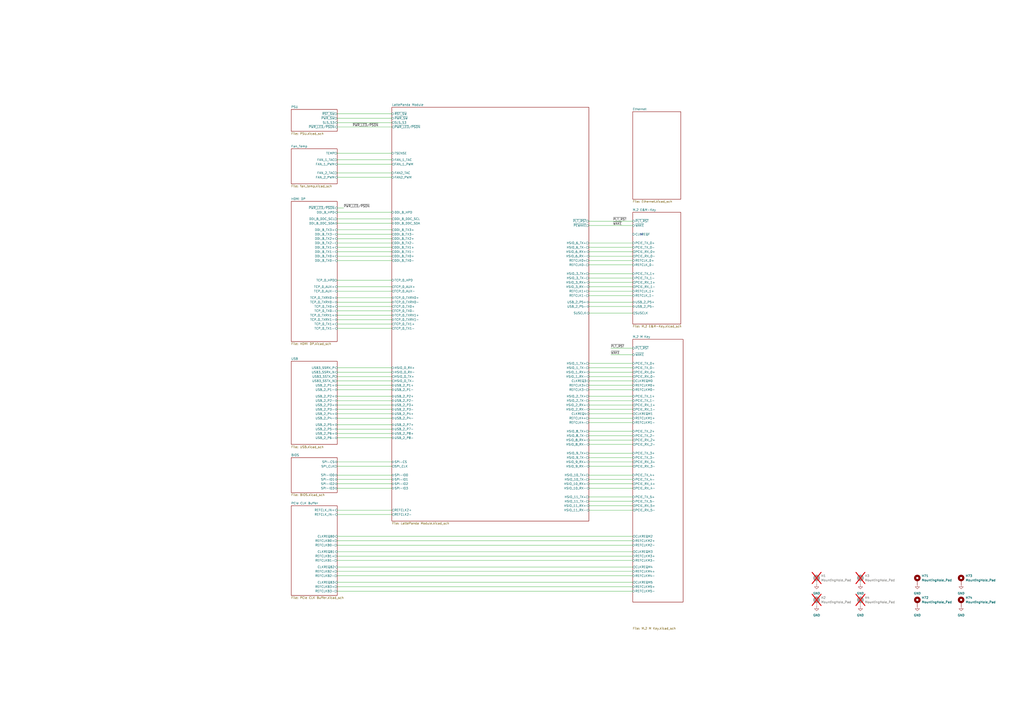
<source format=kicad_sch>
(kicad_sch (version 20231120) (generator "eeschema") (generator_version "8.0")
  (paper "A2")
  (title_block (title "nvme Carrier for LattePanda Mu") (date "2024-07-13") (rev "V1.0"))
  (lib_symbols
    (symbol "Mechanical:MountingHole_Pad" (pin_numbers hide) (pin_names (offset 1.016) hide)
      (property "Reference" "H" (at 0 6.35 0))
      (property "Value" "MountingHole_Pad" (at 0 4.445 0))
      (symbol "MountingHole_Pad_0_1"
        (circle (center 0 1.27) (radius 1.27) (stroke (width 1.27)))
      )
      (symbol "MountingHole_Pad_1_1"
        (pin input line (at 0 -2.54 90) (length 2.54) (name "1") (number "1"))
      )
    )
    (symbol "power:GND" (power) (pin_numbers hide) (pin_names (offset 0) hide)
      (property "Value" "GND" (at 0 -3.81 0))
      (symbol "GND_0_1"
        (polyline (pts (xy 0 0) (xy 0 -1.27) (xy 1.27 -1.27) (xy 0 -2.54) (xy -1.27 -1.27) (xy 0 -1.27)))
      )
      (symbol "GND_1_1"
        (pin power_in line (at 0 0 270) (length 0) (name "~") (number "1"))
      )
    )
  )
  (no_connect (at 372.11 135.89))
  (wire (pts (xy 195.58 234.95) (xy 227.33 234.95)))
  (wire (pts (xy 195.58 242.57) (xy 227.33 242.57)))
  (wire (pts (xy 195.58 320.04) (xy 367.03 320.04)))
  (wire (pts (xy 227.33 146.05) (xy 195.58 146.05)))
  (wire (pts (xy 195.58 280.67) (xy 227.33 280.67)))
  (wire (pts (xy 195.58 248.92) (xy 227.33 248.92)))
  (wire (pts (xy 195.58 182.88) (xy 227.33 182.88)))
  (wire (pts (xy 195.58 71.12) (xy 227.33 71.12)))
  (wire (pts (xy 195.58 322.58) (xy 367.03 322.58)))
  (wire (pts (xy 195.58 88.9) (xy 227.33 88.9)))
  (wire (pts (xy 195.58 185.42) (xy 227.33 185.42)))
  (wire (pts (xy 341.63 151.13) (xy 367.03 151.13)))
  (wire (pts (xy 227.33 123.19) (xy 195.58 123.19)))
  (wire (pts (xy 341.63 255.27) (xy 367.03 255.27)))
  (wire (pts (xy 341.63 237.49) (xy 367.03 237.49)))
  (wire (pts (xy 195.58 311.15) (xy 367.03 311.15)))
  (wire (pts (xy 367.03 140.97) (xy 341.63 140.97)))
  (wire (pts (xy 367.03 128.27) (xy 341.63 128.27)))
  (wire (pts (xy 341.63 257.81) (xy 367.03 257.81)))
  (wire (pts (xy 195.58 342.9) (xy 367.03 342.9)))
  (wire (pts (xy 341.63 220.98) (xy 367.03 220.98)))
  (wire (pts (xy 227.33 135.89) (xy 195.58 135.89)))
  (wire (pts (xy 195.58 334.01) (xy 367.03 334.01)))
  (wire (pts (xy 195.58 298.45) (xy 227.33 298.45)))
  (wire (pts (xy 341.63 234.95) (xy 367.03 234.95)))
  (wire (pts (xy 341.63 242.57) (xy 367.03 242.57)))
  (wire (pts (xy 199.39 120.65) (xy 195.58 120.65)))
  (wire (pts (xy 195.58 66.04) (xy 227.33 66.04)))
  (wire (pts (xy 195.58 325.12) (xy 367.03 325.12)))
  (wire (pts (xy 354.33 201.93) (xy 367.03 201.93)))
  (wire (pts (xy 195.58 229.87) (xy 227.33 229.87)))
  (wire (pts (xy 195.58 331.47) (xy 367.03 331.47)))
  (wire (pts (xy 341.63 163.83) (xy 367.03 163.83)))
  (wire (pts (xy 341.63 215.9) (xy 367.03 215.9)))
  (wire (pts (xy 195.58 246.38) (xy 227.33 246.38)))
  (wire (pts (xy 341.63 245.11) (xy 367.03 245.11)))
  (wire (pts (xy 195.58 251.46) (xy 227.33 251.46)))
  (wire (pts (xy 195.58 316.23) (xy 367.03 316.23)))
  (wire (pts (xy 341.63 295.91) (xy 367.03 295.91)))
  (wire (pts (xy 341.63 240.03) (xy 367.03 240.03)))
  (wire (pts (xy 195.58 175.26) (xy 227.33 175.26)))
  (wire (pts (xy 227.33 133.35) (xy 195.58 133.35)))
  (wire (pts (xy 341.63 270.51) (xy 367.03 270.51)))
  (wire (pts (xy 195.58 223.52) (xy 227.33 223.52)))
  (wire (pts (xy 195.58 102.87) (xy 227.33 102.87)))
  (wire (pts (xy 195.58 313.69) (xy 367.03 313.69)))
  (wire (pts (xy 195.58 92.71) (xy 227.33 92.71)))
  (wire (pts (xy 341.63 226.06) (xy 367.03 226.06)))
  (wire (pts (xy 341.63 161.29) (xy 367.03 161.29)))
  (wire (pts (xy 341.63 252.73) (xy 367.03 252.73)))
  (wire (pts (xy 341.63 262.89) (xy 367.03 262.89)))
  (wire (pts (xy 341.63 280.67) (xy 367.03 280.67)))
  (wire (pts (xy 341.63 218.44) (xy 367.03 218.44)))
  (wire (pts (xy 341.63 175.26) (xy 367.03 175.26)))
  (wire (pts (xy 195.58 73.66) (xy 227.33 73.66)))
  (wire (pts (xy 341.63 290.83) (xy 367.03 290.83)))
  (wire (pts (xy 341.63 265.43) (xy 367.03 265.43)))
  (wire (pts (xy 195.58 180.34) (xy 227.33 180.34)))
  (wire (pts (xy 341.63 229.87) (xy 367.03 229.87)))
  (wire (pts (xy 341.63 153.67) (xy 367.03 153.67)))
  (wire (pts (xy 341.63 267.97) (xy 367.03 267.97)))
  (wire (pts (xy 341.63 223.52) (xy 367.03 223.52)))
  (wire (pts (xy 227.33 127) (xy 195.58 127)))
  (wire (pts (xy 341.63 181.61) (xy 367.03 181.61)))
  (wire (pts (xy 367.03 148.59) (xy 341.63 148.59)))
  (wire (pts (xy 195.58 177.8) (xy 227.33 177.8)))
  (wire (pts (xy 195.58 220.98) (xy 227.33 220.98)))
  (wire (pts (xy 195.58 100.33) (xy 227.33 100.33)))
  (wire (pts (xy 227.33 151.13) (xy 195.58 151.13)))
  (wire (pts (xy 195.58 337.82) (xy 367.03 337.82)))
  (wire (pts (xy 367.03 146.05) (xy 341.63 146.05)))
  (wire (pts (xy 341.63 232.41) (xy 367.03 232.41)))
  (wire (pts (xy 195.58 237.49) (xy 227.33 237.49)))
  (wire (pts (xy 354.33 205.74) (xy 367.03 205.74)))
  (wire (pts (xy 341.63 250.19) (xy 367.03 250.19)))
  (wire (pts (xy 195.58 275.59) (xy 227.33 275.59)))
  (wire (pts (xy 341.63 278.13) (xy 367.03 278.13)))
  (wire (pts (xy 195.58 295.91) (xy 227.33 295.91)))
  (wire (pts (xy 227.33 129.54) (xy 195.58 129.54)))
  (wire (pts (xy 367.03 143.51) (xy 341.63 143.51)))
  (wire (pts (xy 227.33 138.43) (xy 195.58 138.43)))
  (wire (pts (xy 227.33 148.59) (xy 195.58 148.59)))
  (wire (pts (xy 195.58 283.21) (xy 227.33 283.21)))
  (wire (pts (xy 195.58 226.06) (xy 227.33 226.06)))
  (wire (pts (xy 195.58 240.03) (xy 227.33 240.03)))
  (wire (pts (xy 227.33 143.51) (xy 195.58 143.51)))
  (wire (pts (xy 195.58 68.58) (xy 227.33 68.58)))
  (wire (pts (xy 341.63 210.82) (xy 367.03 210.82)))
  (wire (pts (xy 195.58 95.25) (xy 227.33 95.25)))
  (wire (pts (xy 341.63 283.21) (xy 367.03 283.21)))
  (wire (pts (xy 195.58 166.37) (xy 227.33 166.37)))
  (wire (pts (xy 195.58 340.36) (xy 367.03 340.36)))
  (wire (pts (xy 341.63 177.8) (xy 367.03 177.8)))
  (wire (pts (xy 195.58 328.93) (xy 367.03 328.93)))
  (wire (pts (xy 195.58 168.91) (xy 227.33 168.91)))
  (wire (pts (xy 195.58 190.5) (xy 227.33 190.5)))
  (wire (pts (xy 341.63 213.36) (xy 367.03 213.36)))
  (wire (pts (xy 341.63 171.45) (xy 367.03 171.45)))
  (wire (pts (xy 195.58 213.36) (xy 227.33 213.36)))
  (wire (pts (xy 195.58 254) (xy 227.33 254)))
  (wire (pts (xy 341.63 293.37) (xy 367.03 293.37)))
  (wire (pts (xy 195.58 215.9) (xy 227.33 215.9)))
  (wire (pts (xy 341.63 166.37) (xy 367.03 166.37)))
  (wire (pts (xy 341.63 275.59) (xy 367.03 275.59)))
  (wire (pts (xy 195.58 172.72) (xy 227.33 172.72)))
  (wire (pts (xy 195.58 267.97) (xy 227.33 267.97)))
  (wire (pts (xy 195.58 218.44) (xy 227.33 218.44)))
  (wire (pts (xy 227.33 140.97) (xy 195.58 140.97)))
  (wire (pts (xy 341.63 168.91) (xy 367.03 168.91)))
  (wire (pts (xy 195.58 270.51) (xy 227.33 270.51)))
  (wire (pts (xy 195.58 187.96) (xy 227.33 187.96)))
  (wire (pts (xy 341.63 288.29) (xy 367.03 288.29)))
  (wire (pts (xy 195.58 162.56) (xy 227.33 162.56)))
  (wire (pts (xy 367.03 130.81) (xy 341.63 130.81)))
  (wire (pts (xy 341.63 158.75) (xy 367.03 158.75)))
  (wire (pts (xy 195.58 232.41) (xy 227.33 232.41)))
  (wire (pts (xy 195.58 278.13) (xy 227.33 278.13)))
  (label "~{PLT_RST}" (at 355.6 128.27 0))
  (label "~{PLT_RST}" (at 354.33 201.93 0))
  (label "~{PWR_LED}{slash}~{PSON}" (at 204.47 73.66 0))
  (label "~{WAKE}" (at 354.33 205.74 0))
  (label "~{PWR_LED}{slash}~{PSON}" (at 199.39 120.65 0))
  (label "~{WAKE}" (at 355.6 130.81 0))
  (symbol (lib_id "Mechanical:MountingHole_Pad") (at 557.53 336.55 0) (unit 1) (in_bom no)
    (property "Reference" "H73" (at 560.07 334.0099 0) (effects (justify left)))
    (property "Value" "MountingHole_Pad" (at 560.07 336.5499 0) (effects (justify left)))
    (property "Footprint" "MountingHole:MountingHole_4mm_Pad_Via" (effects (hide yes)))
  )
  (symbol (lib_id "Mechanical:MountingHole_Pad") (at 473.71 336.55 0) (unit 1) (in_bom no) (on_board no) (dnp yes)
    (property "Reference" "H1" (at 476.25 334.01 0) (effects (justify left)))
    (property "Value" "MountingHole_Pad" (at 476.25 336.55 0) (effects (justify left)))
    (property "Footprint" "A_HDJ_Library:MountingHole_3.2mm_M3_Pad_Via" (effects (hide yes)))
  )
  (symbol (lib_id "power:GND") (at 532.13 351.79 0) (unit 1) (in_bom no)
    (property "Reference" "#PWR0138" (effects (hide yes)))
    (property "Value" "GND" (at 532.13 356.87 0))
  )
  (symbol (lib_id "power:GND") (at 532.13 339.09 0) (unit 1) (in_bom no)
    (property "Reference" "#PWR0132" (effects (hide yes)))
    (property "Value" "GND" (at 532.13 344.17 0))
  )
  (symbol (lib_id "Mechanical:MountingHole_Pad") (at 532.13 349.25 0) (unit 1) (in_bom no)
    (property "Reference" "H72" (at 534.67 346.7099 0) (effects (justify left)))
    (property "Value" "MountingHole_Pad" (at 534.67 349.2499 0) (effects (justify left)))
    (property "Footprint" "MountingHole:MountingHole_4mm_Pad_Via" (effects (hide yes)))
  )
  (symbol (lib_id "power:GND") (at 473.71 339.09 0) (unit 1) (in_bom no) (on_board no)
    (property "Reference" "#PWR01" (effects (hide yes)))
    (property "Value" "GND" (at 473.71 344.17 0))
  )
  (symbol (lib_id "Mechanical:MountingHole_Pad") (at 499.11 349.25 0) (unit 1) (in_bom no) (on_board no) (dnp yes)
    (property "Reference" "H4" (at 501.65 346.71 0) (effects (justify left)))
    (property "Value" "MountingHole_Pad" (at 501.65 349.25 0) (effects (justify left)))
    (property "Footprint" "A_HDJ_Library:MountingHole_3.2mm_M3_Pad_Via" (effects (hide yes)))
  )
  (symbol (lib_id "power:GND") (at 557.53 339.09 0) (unit 1) (in_bom no)
    (property "Reference" "#PWR0144" (effects (hide yes)))
    (property "Value" "GND" (at 557.53 344.17 0))
  )
  (symbol (lib_id "Mechanical:MountingHole_Pad") (at 532.13 336.55 0) (unit 1) (in_bom no)
    (property "Reference" "H71" (at 534.67 334.0099 0) (effects (justify left)))
    (property "Value" "MountingHole_Pad" (at 534.67 336.5499 0) (effects (justify left)))
    (property "Footprint" "MountingHole:MountingHole_4mm_Pad_Via" (effects (hide yes)))
  )
  (symbol (lib_id "power:GND") (at 473.71 351.79 0) (unit 1) (in_bom no) (on_board no)
    (property "Reference" "#PWR02" (effects (hide yes)))
    (property "Value" "GND" (at 473.71 356.87 0))
  )
  (symbol (lib_id "Mechanical:MountingHole_Pad") (at 557.53 349.25 0) (unit 1) (in_bom no)
    (property "Reference" "H74" (at 560.07 346.7099 0) (effects (justify left)))
    (property "Value" "MountingHole_Pad" (at 560.07 349.2499 0) (effects (justify left)))
    (property "Footprint" "MountingHole:MountingHole_4mm_Pad_Via" (effects (hide yes)))
  )
  (symbol (lib_id "power:GND") (at 557.53 351.79 0) (unit 1) (in_bom no)
    (property "Reference" "#PWR0195" (effects (hide yes)))
    (property "Value" "GND" (at 557.53 356.87 0))
  )
  (symbol (lib_id "Mechanical:MountingHole_Pad") (at 473.71 349.25 0) (unit 1) (in_bom no) (on_board no) (dnp yes)
    (property "Reference" "H2" (at 476.25 346.71 0) (effects (justify left)))
    (property "Value" "MountingHole_Pad" (at 476.25 349.25 0) (effects (justify left)))
    (property "Footprint" "A_HDJ_Library:MountingHole_3.2mm_M3_Pad_Via" (effects (hide yes)))
  )
  (symbol (lib_id "Mechanical:MountingHole_Pad") (at 499.11 336.55 0) (unit 1) (in_bom no) (on_board no) (dnp yes)
    (property "Reference" "H3" (at 501.65 334.01 0) (effects (justify left)))
    (property "Value" "MountingHole_Pad" (at 501.65 336.55 0) (effects (justify left)))
    (property "Footprint" "A_HDJ_Library:MountingHole_3.2mm_M3_Pad_Via" (effects (hide yes)))
  )
  (symbol (lib_id "power:GND") (at 499.11 339.09 0) (unit 1) (in_bom no) (on_board no)
    (property "Reference" "#PWR03" (effects (hide yes)))
    (property "Value" "GND" (at 499.11 344.17 0))
  )
  (symbol (lib_id "power:GND") (at 499.11 351.79 0) (unit 1) (in_bom no) (on_board no)
    (property "Reference" "#PWR04" (effects (hide yes)))
    (property "Value" "GND" (at 499.11 356.87 0))
  )
  (sheet (at 367.03 123.19) (size 27.94 64.77) (stroke (width 0.1524))
    (property "Sheetname" "M.2 E&M-Key" (at 367.03 122.4784 0) (effects (justify left bottom)))
    (property "Sheetfile" "M.2 E&M-Key.kicad_sch" (at 367.03 188.5446 0) (effects (justify left top)))
    (pin "PCIE_RX_0-" output (at 367.03 148.59 180))
    (pin "PCIE_RX_0+" output (at 367.03 146.05 180))
    (pin "~{PLT_RST}" input (at 367.03 128.27 180))
    (pin "PCIE_TX_0+" input (at 367.03 140.97 180))
    (pin "PCIE_TX_0-" input (at 367.03 143.51 180))
    (pin "~{WAKE}" input (at 367.03 130.81 180))
    (pin "PCIE_TX_1+" input (at 367.03 158.75 180))
    (pin "PCIE_TX_1-" input (at 367.03 161.29 180))
    (pin "PCIE_RX_1-" output (at 367.03 166.37 180))
    (pin "PCIE_RX_1+" output (at 367.03 163.83 180))
    (pin "CLKREQF" input (at 367.03 135.89 180))
    (pin "REFCLK_1+" input (at 367.03 168.91 180))
    (pin "REFCLK_1-" input (at 367.03 171.45 180))
    (pin "REFCLK_0+" input (at 367.03 151.13 180))
    (pin "REFCLK_0-" input (at 367.03 153.67 180))
    (pin "USB_2_P5+" bidirectional (at 367.03 175.26 180))
    (pin "USB_2_P5-" bidirectional (at 367.03 177.8 180))
    (pin "SUSCLK" output (at 367.03 181.61 180))
  )
  (sheet (at 168.91 265.43) (size 26.67 20.32) (stroke (width 0.1524))
    (property "Sheetname" "BIOS" (at 168.91 264.7184 0) (effects (justify left bottom)))
    (property "Sheetfile" "BIOS.kicad_sch" (at 168.91 286.3346 0) (effects (justify left top)))
    (pin "SPI_CLK" output (at 195.58 270.51 0))
    (pin "SPI-IO1" bidirectional (at 195.58 278.13 0))
    (pin "SPI-IO0" bidirectional (at 195.58 275.59 0))
    (pin "SPI-IO2" bidirectional (at 195.58 280.67 0))
    (pin "SPI-CS" bidirectional (at 195.58 267.97 0))
    (pin "SPI-IO3" bidirectional (at 195.58 283.21 0))
  )
  (sheet (at 168.91 86.36) (size 26.67 20.32) (stroke (width 0.1524))
    (property "Sheetname" "Fan_Temp" (at 168.91 85.6484 0) (effects (justify left bottom)))
    (property "Sheetfile" "fan_temp.kicad_sch" (at 168.91 107.2646 0) (effects (justify left top)))
    (pin "FAN_1_TAC" output (at 195.58 92.71 0))
    (pin "FAN_1_PWM" input (at 195.58 95.25 0))
    (pin "FAN_2_PWM" input (at 195.58 102.87 0))
    (pin "FAN_2_TAC" output (at 195.58 100.33 0))
    (pin "TEMP" output (at 195.58 88.9 0))
  )
  (sheet (at 227.33 62.23) (size 114.3 240.03) (stroke (width 0.1524))
    (property "Sheetname" "LattePanda Module" (at 227.33 61.5184 0) (effects (justify left bottom)))
    (property "Sheetfile" "LattePanda Module.kicad_sch" (at 227.33 302.8446 0) (effects (justify left top)))
    (pin "HSIO_11_TX+" output (at 341.63 288.29 0))
    (pin "HSIO_11_TX-" output (at 341.63 290.83 0))
    (pin "HSIO_11_RX+" input (at 341.63 293.37 0))
    (pin "HSIO_11_RX-" input (at 341.63 295.91 0))
    (pin "HSIO_6_TX-" output (at 341.63 143.51 0))
    (pin "HSIO_6_RX+" input (at 341.63 146.05 0))
    (pin "HSIO_6_RX-" input (at 341.63 148.59 0))
    (pin "HSIO_6_TX+" output (at 341.63 140.97 0))
    (pin "USB_2_P1-" bidirectional (at 227.33 226.06 180))
    (pin "USB_2_P1+" bidirectional (at 227.33 223.52 180))
    (pin "USB_2_P3+" bidirectional (at 227.33 234.95 180))
    (pin "USB_2_P3-" bidirectional (at 227.33 237.49 180))
    (pin "HSIO_8_TX+" output (at 341.63 250.19 0))
    (pin "HSIO_8_TX-" output (at 341.63 252.73 0))
    (pin "HSIO_1_TX-" output (at 341.63 213.36 0))
    (pin "HSIO_1_RX+" input (at 341.63 215.9 0))
    (pin "HSIO_1_RX-" input (at 341.63 218.44 0))
    (pin "HSIO_0_TX-" output (at 227.33 220.98 180))
    (pin "HSIO_0_TX+" output (at 227.33 218.44 180))
    (pin "HSIO_9_TX-" output (at 341.63 265.43 0))
    (pin "HSIO_9_TX+" output (at 341.63 262.89 0))
    (pin "HSIO_8_RX+" input (at 341.63 255.27 0))
    (pin "HSIO_8_RX-" input (at 341.63 257.81 0))
    (pin "HSIO_9_RX+" input (at 341.63 267.97 0))
    (pin "HSIO_10_RX-" input (at 341.63 283.21 0))
    (pin "HSIO_9_RX-" input (at 341.63 270.51 0))
    (pin "HSIO_10_RX+" input (at 341.63 280.67 0))
    (pin "HSIO_10_TX+" output (at 341.63 275.59 0))
    (pin "HSIO_10_TX-" output (at 341.63 278.13 0))
    (pin "HSIO_0_RX-" input (at 227.33 215.9 180))
    (pin "HSIO_1_TX+" output (at 341.63 210.82 0))
    (pin "HSIO_0_RX+" input (at 227.33 213.36 180))
    (pin "~{PLT_RST}" output (at 341.63 128.27 0))
    (pin "~{PEWAKE}" output (at 341.63 130.81 0))
    (pin "DDI_B_TX1+" output (at 227.33 143.51 180))
    (pin "DDI_B_TX2+" output (at 227.33 138.43 180))
    (pin "DDI_B_TX2-" output (at 227.33 140.97 180))
    (pin "DDI_B_TX0-" output (at 227.33 151.13 180))
    (pin "DDI_B_TX0+" output (at 227.33 148.59 180))
    (pin "DDI_B_TX1-" output (at 227.33 146.05 180))
    (pin "DDI_B_TX3-" output (at 227.33 135.89 180))
    (pin "DDI_B_DDC_SDA" bidirectional (at 227.33 129.54 180))
    (pin "DDI_B_TX3+" output (at 227.33 133.35 180))
    (pin "DDI_B_HPD" input (at 227.33 123.19 180))
    (pin "DDI_B_DDC_SCL" output (at 227.33 127 180))
    (pin "~{PWR_LED}{slash}~{PSON}" output (at 227.33 73.66 180))
    (pin "~{PWR_SW}" input (at 227.33 68.58 180))
    (pin "~{RST_SW}" input (at 227.33 66.04 180))
    (pin "SLS_S3" output (at 227.33 71.12 180))
    (pin "HSIO_2_TX+" output (at 341.63 229.87 0))
    (pin "HSIO_2_RX+" input (at 341.63 234.95 0))
    (pin "HSIO_2_RX-" input (at 341.63 237.49 0))
    (pin "HSIO_2_TX-" output (at 341.63 232.41 0))
    (pin "FAN_1_PWM" output (at 227.33 95.25 180))
    (pin "FAN_1_TAC" input (at 227.33 92.71 180))
    (pin "HSIO_3_TX+" output (at 341.63 158.75 0))
    (pin "HSIO_3_TX-" output (at 341.63 161.29 0))
    (pin "HSIO_3_RX+" input (at 341.63 163.83 0))
    (pin "HSIO_3_RX-" input (at 341.63 166.37 0))
    (pin "REFCLK3-" output (at 341.63 226.06 0))
    (pin "REFCLK4+" output (at 341.63 242.57 0))
    (pin "REFCLK3+" output (at 341.63 223.52 0))
    (pin "REFCLK4-" output (at 341.63 245.11 0))
    (pin "REFCLK1-" output (at 341.63 171.45 0))
    (pin "FAN2_TAC" input (at 227.33 100.33 180))
    (pin "FAN2_PWM" input (at 227.33 102.87 180))
    (pin "REFCLK1+" output (at 341.63 168.91 0))
    (pin "REFCLK0+" output (at 341.63 151.13 0))
    (pin "REFCLK0-" output (at 341.63 153.67 0))
    (pin "USB_2_P2+" bidirectional (at 227.33 229.87 180))
    (pin "USB_2_P2-" bidirectional (at 227.33 232.41 180))
    (pin "USB_2_P4+" bidirectional (at 227.33 240.03 180))
    (pin "USB_2_P4-" bidirectional (at 227.33 242.57 180))
    (pin "CLKREQ4" input (at 341.63 240.03 0))
    (pin "CLKREQ3" input (at 341.63 220.98 0))
    (pin "SPI-IO0" bidirectional (at 227.33 275.59 180))
    (pin "SPI_CLK" output (at 227.33 270.51 180))
    (pin "SPI-CS" bidirectional (at 227.33 267.97 180))
    (pin "SPI-IO3" bidirectional (at 227.33 283.21 180))
    (pin "SPI-IO1" bidirectional (at 227.33 278.13 180))
    (pin "SPI-IO2" bidirectional (at 227.33 280.67 180))
    (pin "REFCLK2+" output (at 227.33 295.91 180))
    (pin "REFCLK2-" output (at 227.33 298.45 180))
    (pin "TSENSE" input (at 227.33 88.9 180))
    (pin "TCP_0_HPD" input (at 227.33 162.56 180))
    (pin "TCP_0_TX1+" output (at 227.33 187.96 180))
    (pin "TCP_0_AUX-" output (at 227.33 168.91 180))
    (pin "TCP_0_AUX+" output (at 227.33 166.37 180))
    (pin "TCP_0_TXRX1-" bidirectional (at 227.33 185.42 180))
    (pin "TCP_0_TXRX1+" bidirectional (at 227.33 182.88 180))
    (pin "TCP_0_TX0+" output (at 227.33 177.8 180))
    (pin "TCP_0_TXRX0+" bidirectional (at 227.33 172.72 180))
    (pin "TCP_0_TX0-" output (at 227.33 180.34 180))
    (pin "TCP_0_TX1-" output (at 227.33 190.5 180))
    (pin "TCP_0_TXRX0-" bidirectional (at 227.33 175.26 180))
    (pin "USB_2_P8+" bidirectional (at 227.33 251.46 180))
    (pin "USB_2_P7+" bidirectional (at 227.33 246.38 180))
    (pin "USB_2_P7-" bidirectional (at 227.33 248.92 180))
    (pin "USB_2_P8-" bidirectional (at 227.33 254 180))
    (pin "USB_2_P5+" bidirectional (at 341.63 175.26 0))
    (pin "USB_2_P5-" bidirectional (at 341.63 177.8 0))
    (pin "SUSCLK" input (at 341.63 181.61 0))
  )
  (sheet (at 168.91 116.84) (size 26.67 81.28) (stroke (width 0.1524))
    (property "Sheetname" "HDMI DP" (at 168.91 116.1284 0) (effects (justify left bottom)))
    (property "Sheetfile" "HDMI DP.kicad_sch" (at 168.91 198.7046 0) (effects (justify left top)))
    (pin "DDI_B_DDC_SCL" output (at 195.58 127 0))
    (pin "DDI_B_DDC_SDA" bidirectional (at 195.58 129.54 0))
    (pin "DDI_B_TX2+" input (at 195.58 138.43 0))
    (pin "DDI_B_TX2-" input (at 195.58 140.97 0))
    (pin "DDI_B_TX1+" input (at 195.58 143.51 0))
    (pin "DDI_B_TX1-" input (at 195.58 146.05 0))
    (pin "DDI_B_TX0-" input (at 195.58 151.13 0))
    (pin "DDI_B_TX3+" input (at 195.58 133.35 0))
    (pin "DDI_B_TX3-" input (at 195.58 135.89 0))
    (pin "DDI_B_TX0+" input (at 195.58 148.59 0))
    (pin "DDI_B_HPD" input (at 195.58 123.19 0))
    (pin "~{PWR_LED}{slash}~{PSON}" input (at 195.58 120.65 0))
    (pin "TCP_0_AUX-" input (at 195.58 168.91 0))
    (pin "TCP_0_TXRX0-" bidirectional (at 195.58 175.26 0))
    (pin "TCP_0_AUX+" input (at 195.58 166.37 0))
    (pin "TCP_0_TX0-" input (at 195.58 180.34 0))
    (pin "TCP_0_HPD" output (at 195.58 162.56 0))
    (pin "TCP_0_TX0+" input (at 195.58 177.8 0))
    (pin "TCP_0_TX1-" input (at 195.58 190.5 0))
    (pin "TCP_0_TXRX1+" bidirectional (at 195.58 182.88 0))
    (pin "TCP_0_TX1+" input (at 195.58 187.96 0))
    (pin "TCP_0_TXRX0+" bidirectional (at 195.58 172.72 0))
    (pin "TCP_0_TXRX1-" bidirectional (at 195.58 185.42 0))
  )
  (sheet (at 168.91 63.5) (size 26.67 12.7) (stroke (width 0.1524))
    (property "Sheetname" "PSU" (at 168.91 62.7884 0) (effects (justify left bottom)))
    (property "Sheetfile" "PSU.kicad_sch" (at 168.91 76.7846 0) (effects (justify left top)))
    (pin "~{PWR_LED}{slash}~{PSON}" input (at 195.58 73.66 0))
    (pin "SLS_S3" input (at 195.58 71.12 0))
    (pin "~{PWR_SW}" output (at 195.58 68.58 0))
    (pin "~{RST_SW}" output (at 195.58 66.04 0))
  )
  (sheet (at 367.03 64.77) (size 27.94 50.8) (stroke (width 0.1524))
    (property "Sheetname" "Ethernet" (at 367.03 64.0584 0) (effects (justify left bottom)))
    (property "Sheetfile" "Ethernet.kicad_sch" (at 367.03 116.1546 0) (effects (justify left top)))
  )
  (sheet (at 367.03 196.85) (size 29.21 152.4) (stroke (width 0.1524))
    (property "Sheetname" "M.2 M Key" (at 367.03 196.088 0) (effects (justify left bottom)))
    (property "Sheetfile" "M.2 M Key.kicad_sch" (at 367.03 363.8046 0) (effects (justify left top)))
    (pin "~{PLT_RST}" input (at 367.03 201.93 180))
    (pin "PCIE_TX_1+" input (at 367.03 229.87 180))
    (pin "PCIE_RX_1+" output (at 367.03 234.95 180))
    (pin "PCIE_RX_1-" output (at 367.03 237.49 180))
    (pin "PCIE_TX_1-" input (at 367.03 232.41 180))
    (pin "PCIE_RX_3-" output (at 367.03 270.51 180))
    (pin "PCIE_TX_3+" input (at 367.03 262.89 180))
    (pin "PCIE_TX_3-" input (at 367.03 265.43 180))
    (pin "PCIE_RX_3+" output (at 367.03 267.97 180))
    (pin "PCIE_RX_0+" output (at 367.03 215.9 180))
    (pin "PCIE_RX_0-" output (at 367.03 218.44 180))
    (pin "PCIE_TX_0+" input (at 367.03 210.82 180))
    (pin "PCIE_TX_0-" input (at 367.03 213.36 180))
    (pin "PCIE_RX_4+" output (at 367.03 280.67 180))
    (pin "PCIE_RX_4-" output (at 367.03 283.21 180))
    (pin "PCIE_TX_4+" input (at 367.03 275.59 180))
    (pin "PCIE_TX_4-" input (at 367.03 278.13 180))
    (pin "PCIE_TX_5-" input (at 367.03 290.83 180))
    (pin "PCIE_RX_5+" output (at 367.03 293.37 180))
    (pin "PCIE_RX_5-" output (at 367.03 295.91 180))
    (pin "PCIE_TX_5+" input (at 367.03 288.29 180))
    (pin "PCIE_TX_2-" input (at 367.03 252.73 180))
    (pin "PCIE_RX_2+" output (at 367.03 255.27 180))
    (pin "PCIE_RX_2-" output (at 367.03 257.81 180))
    (pin "PCIE_TX_2+" input (at 367.03 250.19 180))
    (pin "CLKREQM0" output (at 367.03 220.98 180))
    (pin "REFCLKM4+" input (at 367.03 331.47 180))
    (pin "REFCLKM4-" input (at 367.03 334.01 180))
    (pin "REFCLKM5+" input (at 367.03 340.36 180))
    (pin "REFCLKM5-" input (at 367.03 342.9 180))
    (pin "REFCLKM3+" input (at 367.03 322.58 180))
    (pin "REFCLKM3-" input (at 367.03 325.12 180))
    (pin "REFCLKM1+" input (at 367.03 242.57 180))
    (pin "REFCLKM1-" input (at 367.03 245.11 180))
    (pin "CLKREQM1" output (at 367.03 240.03 180))
    (pin "REFCLKM2+" input (at 367.03 313.69 180))
    (pin "REFCLKM2-" input (at 367.03 316.23 180))
    (pin "REFCLKM0+" input (at 367.03 223.52 180))
    (pin "REFCLKM0-" input (at 367.03 226.06 180))
    (pin "~{WAKE}" input (at 367.03 205.74 180))
    (pin "CLKREQM5" output (at 367.03 337.82 180))
    (pin "CLKREQM2" output (at 367.03 311.15 180))
    (pin "CLKREQM4" output (at 367.03 328.93 180))
    (pin "CLKREQM3" output (at 367.03 320.04 180))
  )
  (sheet (at 168.91 209.55) (size 26.67 48.26) (stroke (width 0.1524))
    (property "Sheetname" "USB" (at 168.91 208.8384 0) (effects (justify left bottom)))
    (property "Sheetfile" "USB.kicad_sch" (at 168.91 258.572 0) (effects (justify left top)))
    (pin "USB_2_P2+" bidirectional (at 195.58 229.87 0))
    (pin "USB_2_P1-" bidirectional (at 195.58 226.06 0))
    (pin "USB_2_P1+" bidirectional (at 195.58 223.52 0))
    (pin "USB_2_P2-" bidirectional (at 195.58 232.41 0))
    (pin "USB_2_P3-" bidirectional (at 195.58 237.49 0))
    (pin "USB3_SSRX_P" input (at 195.58 213.36 0))
    (pin "USB3_SSRX_N" input (at 195.58 215.9 0))
    (pin "USB_2_P3+" bidirectional (at 195.58 234.95 0))
    (pin "USB3_SSTX_N" output (at 195.58 220.98 0))
    (pin "USB3_SSTX_P" output (at 195.58 218.44 0))
    (pin "USB_2_P4-" bidirectional (at 195.58 242.57 0))
    (pin "USB_2_P4+" bidirectional (at 195.58 240.03 0))
    (pin "USB_2_P5+" bidirectional (at 195.58 246.38 0))
    (pin "USB_2_P5-" bidirectional (at 195.58 248.92 0))
    (pin "USB_2_P6-" bidirectional (at 195.58 254 0))
    (pin "USB_2_P6+" bidirectional (at 195.58 251.46 0))
  )
  (sheet (at 168.91 293.37) (size 26.67 52.07) (stroke (width 0.1524))
    (property "Sheetname" "PCIe CLK Buffer" (at 168.91 292.6584 0) (effects (justify left bottom)))
    (property "Sheetfile" "PCIe CLK Buffer.kicad_sch" (at 168.91 346.0246 0) (effects (justify left top)))
    (pin "REFCLKB0+" output (at 195.58 313.69 0))
    (pin "REFCLKB0-" output (at 195.58 316.23 0))
    (pin "REFCLKB2+" output (at 195.58 331.47 0))
    (pin "REFCLKB1+" output (at 195.58 322.58 0))
    (pin "REFCLKB1-" output (at 195.58 325.12 0))
    (pin "REFCLKB2-" output (at 195.58 334.01 0))
    (pin "REFCLK_IN-" input (at 195.58 298.45 0))
    (pin "REFCLK_IN+" input (at 195.58 295.91 0))
    (pin "CLKREQB0" input (at 195.58 311.15 0))
    (pin "REFCLKB3-" output (at 195.58 342.9 0))
    (pin "REFCLKB3+" output (at 195.58 340.36 0))
    (pin "CLKREQB3" input (at 195.58 337.82 0))
    (pin "CLKREQB1" input (at 195.58 320.04 0))
    (pin "CLKREQB2" input (at 195.58 328.93 0))
  )
)
</source>
